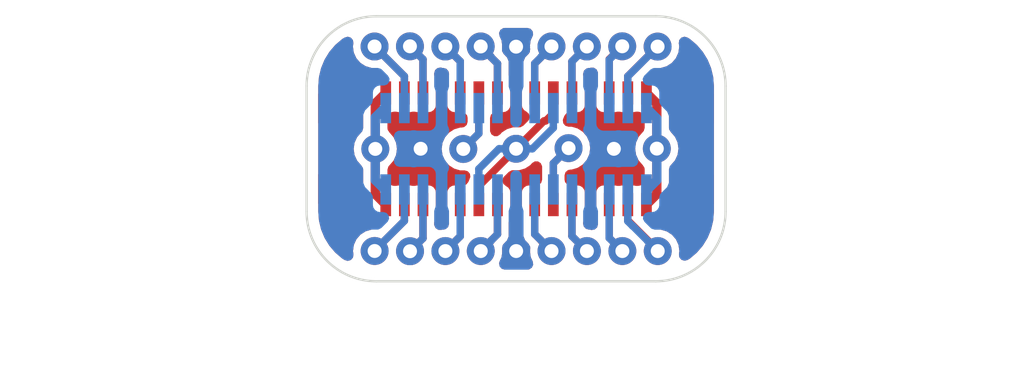
<source format=kicad_pcb>
(kicad_pcb (version 20240108) (generator "pcbnew") (generator_version "8.0")
  (title_block (title "2.4mm sensor board spacer") (date "2024-12-27") (rev "V1") (comment 1 "Author: Asher Edwards"))
  (layers (0 "F.Cu" signal) (31 "B.Cu" signal) (34 "B.Paste" user) (35 "F.Paste" user) (36 "B.SilkS" user "B.Silkscreen") (37 "F.SilkS" user "F.Silkscreen") (38 "B.Mask" user) (39 "F.Mask" user) (44 "Edge.Cuts" user))
  (net 0 "")
  (net 1 "GND")
  (net 2 "MOSI1")
  (net 3 "VDD")
  (net 4 "MISO1")
  (net 5 "CS1")
  (net 6 "SCK1")
  (net 7 "CS2")
  (net 8 "Free1")
  (net 9 "SCL1")
  (net 10 "RS485+")
  (net 11 "RS485-")
  (net 12 "SDA1")
  (footprint "custom_testpoints:TE_mezzanine_rec_3-2363961-0" (layer "F.Cu") (at 144.4 101.28)
    (property "Reference" "J1" (hide yes))
    (property "Value" "TE 3-2363961-0 Connector")
    (pad "1" smd rect (at -2.8 1.12) (size 0.23 0.5) (layers "F.Cu" "F.Paste" "F.Mask") (net 3 "VDD"))
    (pad "2" smd rect (at -2.8 -1.28) (size 0.23 0.5) (layers "F.Cu" "F.Paste" "F.Mask") (net 3 "VDD"))
    (pad "3" smd rect (at -2.4 1.12) (size 0.23 0.5) (layers "F.Cu" "F.Paste" "F.Mask") (net 5 "CS1"))
    (pad "4" smd rect (at -2.4 -1.28) (size 0.23 0.5) (layers "F.Cu" "F.Paste" "F.Mask") (net 12 "SDA1"))
    (pad "5" smd rect (at -2 1.12) (size 0.23 0.5) (layers "F.Cu" "F.Paste" "F.Mask") (net 7 "CS2"))
    (pad "6" smd rect (at -2 -1.28) (size 0.23 0.5) (layers "F.Cu" "F.Paste" "F.Mask") (net 9 "SCL1"))
    (pad "7" smd rect (at -1.6 1.12) (size 0.23 0.5) (layers "F.Cu" "F.Paste" "F.Mask") (net 1 "GND"))
    (pad "8" smd rect (at -1.6 -1.28) (size 0.23 0.5) (layers "F.Cu" "F.Paste" "F.Mask") (net 1 "GND"))
    (pad "9" smd rect (at -1.2 1.12) (size 0.23 0.5) (layers "F.Cu" "F.Paste" "F.Mask") (net 8 "Free1"))
    (pad "10" smd rect (at -1.2 -1.28) (size 0.23 0.5) (layers "F.Cu" "F.Paste" "F.Mask") (net 4 "MISO1"))
    (pad "11" smd rect (at -0.8 1.12) (size 0.23 0.5) (layers "F.Cu" "F.Paste" "F.Mask") (net 10 "RS485+"))
    (pad "12" smd rect (at -0.8 -1.28) (size 0.23 0.5) (layers "F.Cu" "F.Paste" "F.Mask") (net 2 "MOSI1"))
    (pad "13" smd rect (at -0.4 1.12) (size 0.23 0.5) (layers "F.Cu" "F.Paste" "F.Mask") (net 11 "RS485-"))
    (pad "14" smd rect (at -0.4 -1.28) (size 0.23 0.5) (layers "F.Cu" "F.Paste" "F.Mask") (net 6 "SCK1"))
    (pad "15" smd rect (at 0 1.12) (size 0.23 0.5) (layers "F.Cu" "F.Paste" "F.Mask") (net 1 "GND"))
    (pad "16" smd rect (at 0 -1.28) (size 0.23 0.5) (layers "F.Cu" "F.Paste" "F.Mask") (net 1 "GND"))
    (pad "17" smd rect (at 0.4 1.12) (size 0.23 0.5) (layers "F.Cu" "F.Paste" "F.Mask") (net 6 "SCK1"))
    (pad "18" smd rect (at 0.4 -1.28) (size 0.23 0.5) (layers "F.Cu" "F.Paste" "F.Mask") (net 11 "RS485-"))
    (pad "19" smd rect (at 0.8 1.12) (size 0.23 0.5) (layers "F.Cu" "F.Paste" "F.Mask") (net 2 "MOSI1"))
    (pad "20" smd rect (at 0.8 -1.28) (size 0.23 0.5) (layers "F.Cu" "F.Paste" "F.Mask") (net 10 "RS485+"))
    (pad "21" smd rect (at 1.2 1.12) (size 0.23 0.5) (layers "F.Cu" "F.Paste" "F.Mask") (net 4 "MISO1"))
    (pad "22" smd rect (at 1.2 -1.28) (size 0.23 0.5) (layers "F.Cu" "F.Paste" "F.Mask") (net 8 "Free1"))
    (pad "23" smd rect (at 1.6 1.12) (size 0.23 0.5) (layers "F.Cu" "F.Paste" "F.Mask") (net 1 "GND"))
    (pad "24" smd rect (at 1.6 -1.28) (size 0.23 0.5) (layers "F.Cu" "F.Paste" "F.Mask") (net 1 "GND"))
    (pad "25" smd rect (at 2 1.12) (size 0.23 0.5) (layers "F.Cu" "F.Paste" "F.Mask") (net 9 "SCL1"))
    (pad "26" smd rect (at 2 -1.28) (size 0.23 0.5) (layers "F.Cu" "F.Paste" "F.Mask") (net 7 "CS2"))
    (pad "27" smd rect (at 2.4 1.12) (size 0.23 0.5) (layers "F.Cu" "F.Paste" "F.Mask") (net 12 "SDA1"))
    (pad "28" smd rect (at 2.4 -1.28) (size 0.23 0.5) (layers "F.Cu" "F.Paste" "F.Mask") (net 5 "CS1"))
    (pad "29" smd rect (at 2.8 1.12) (size 0.23 0.5) (layers "F.Cu" "F.Paste" "F.Mask") (net 3 "VDD"))
    (pad "30" smd rect (at 2.8 -1.28) (size 0.23 0.5) (layers "F.Cu" "F.Paste" "F.Mask") (net 3 "VDD"))
    (pad "MP" smd roundrect (at -3.8 -1.08) (size 0.9 0.9) (layers "F.Cu" "F.Paste" "F.Mask") (roundrect_rratio 0) (chamfer_ratio 0.3) (chamfer top_left) (net 1 "GND"))
    (pad "MP" smd roundrect (at -3.8 0.92 90) (size 0.9 0.9) (layers "F.Cu" "F.Paste" "F.Mask") (roundrect_rratio 0) (chamfer_ratio 0.3) (chamfer top_left) (net 1 "GND"))
    (pad "MP" smd roundrect (at 3.8 -1.08 270) (size 0.9 0.9) (layers "F.Cu" "F.Paste" "F.Mask") (roundrect_rratio 0) (chamfer_ratio 0.3) (chamfer top_left) (net 1 "GND"))
    (pad "MP" smd roundrect (at 3.8 0.92 180) (size 0.9 0.9) (layers "F.Cu" "F.Paste" "F.Mask") (roundrect_rratio 0) (chamfer_ratio 0.3) (chamfer top_left) (net 1 "GND"))
  )
  (footprint "custom_testpoints:TE_mezzanine_conn_3-2363962-0" (layer "B.Cu") (at 144.39 101.195 180)
    (property "Reference" "J15" (hide yes))
    (property "Value" "TE 3-2363962-0 Connector" (hide yes))
    (pad "1" smd rect (at -2.81 -0.88 180) (size 0.23 0.65) (layers "B.Cu" "B.Paste" "B.Mask") (net 3 "VDD"))
    (pad "2" smd rect (at -2.81 0.87 180) (size 0.23 0.65) (layers "B.Cu" "B.Paste" "B.Mask") (net 3 "VDD"))
    (pad "3" smd rect (at -2.41 -0.88 180) (size 0.23 0.65) (layers "B.Cu" "B.Paste" "B.Mask") (net 12 "SDA1"))
    (pad "4" smd rect (at -2.41 0.87 180) (size 0.23 0.65) (layers "B.Cu" "B.Paste" "B.Mask") (net 5 "CS1"))
    (pad "5" smd rect (at -2.01 -0.88 180) (size 0.23 0.65) (layers "B.Cu" "B.Paste" "B.Mask") (net 9 "SCL1"))
    (pad "6" smd rect (at -2.01 0.87 180) (size 0.23 0.65) (layers "B.Cu" "B.Paste" "B.Mask") (net 7 "CS2"))
    (pad "7" smd rect (at -1.61 -0.88 180) (size 0.23 0.65) (layers "B.Cu" "B.Paste" "B.Mask") (net 1 "GND"))
    (pad "8" smd rect (at -1.61 0.87 180) (size 0.23 0.65) (layers "B.Cu" "B.Paste" "B.Mask") (net 1 "GND"))
    (pad "9" smd rect (at -1.21 -0.88 180) (size 0.23 0.65) (layers "B.Cu" "B.Paste" "B.Mask") (net 4 "MISO1"))
    (pad "10" smd rect (at -1.21 0.87 180) (size 0.23 0.65) (layers "B.Cu" "B.Paste" "B.Mask") (net 8 "Free1"))
    (pad "11" smd rect (at -0.81 -0.88 180) (size 0.23 0.65) (layers "B.Cu" "B.Paste" "B.Mask") (net 2 "MOSI1"))
    (pad "12" smd rect (at -0.81 0.87 180) (size 0.23 0.65) (layers "B.Cu" "B.Paste" "B.Mask") (net 10 "RS485+"))
    (pad "13" smd rect (at -0.41 -0.88 180) (size 0.23 0.65) (layers "B.Cu" "B.Paste" "B.Mask") (net 6 "SCK1"))
    (pad "14" smd rect (at -0.41 0.87 180) (size 0.23 0.65) (layers "B.Cu" "B.Paste" "B.Mask") (net 11 "RS485-"))
    (pad "15" smd rect (at -0.01 -0.88 180) (size 0.23 0.65) (layers "B.Cu" "B.Paste" "B.Mask") (net 1 "GND"))
    (pad "16" smd rect (at -0.01 0.87 180) (size 0.23 0.65) (layers "B.Cu" "B.Paste" "B.Mask") (net 1 "GND"))
    (pad "17" smd rect (at 0.39 -0.88 180) (size 0.23 0.65) (layers "B.Cu" "B.Paste" "B.Mask") (net 11 "RS485-"))
    (pad "18" smd rect (at 0.39 0.87 180) (size 0.23 0.65) (layers "B.Cu" "B.Paste" "B.Mask") (net 6 "SCK1"))
    (pad "19" smd rect (at 0.79 -0.88 180) (size 0.23 0.65) (layers "B.Cu" "B.Paste" "B.Mask") (net 10 "RS485+"))
    (pad "20" smd rect (at 0.79 0.87 180) (size 0.23 0.65) (layers "B.Cu" "B.Paste" "B.Mask") (net 2 "MOSI1"))
    (pad "21" smd rect (at 1.19 -0.88 180) (size 0.23 0.65) (layers "B.Cu" "B.Paste" "B.Mask") (net 8 "Free1"))
    (pad "22" smd rect (at 1.19 0.87 180) (size 0.23 0.65) (layers "B.Cu" "B.Paste" "B.Mask") (net 4 "MISO1"))
    (pad "23" smd rect (at 1.59 -0.88 180) (size 0.23 0.65) (layers "B.Cu" "B.Paste" "B.Mask") (net 1 "GND"))
    (pad "24" smd rect (at 1.59 0.87 180) (size 0.23 0.65) (layers "B.Cu" "B.Paste" "B.Mask") (net 1 "GND"))
    (pad "25" smd rect (at 1.99 -0.88 180) (size 0.23 0.65) (layers "B.Cu" "B.Paste" "B.Mask") (net 7 "CS2"))
    (pad "26" smd rect (at 1.99 0.87 180) (size 0.23 0.65) (layers "B.Cu" "B.Paste" "B.Mask") (net 9 "SCL1"))
    (pad "27" smd rect (at 2.39 -0.88 180) (size 0.23 0.65) (layers "B.Cu" "B.Paste" "B.Mask") (net 5 "CS1"))
    (pad "28" smd rect (at 2.39 0.87 180) (size 0.23 0.65) (layers "B.Cu" "B.Paste" "B.Mask") (net 12 "SDA1"))
    (pad "29" smd rect (at 2.79 -0.88 180) (size 0.23 0.65) (layers "B.Cu" "B.Paste" "B.Mask") (net 3 "VDD"))
    (pad "30" smd rect (at 2.79 0.87 180) (size 0.23 0.65) (layers "B.Cu" "B.Paste" "B.Mask") (net 3 "VDD"))
    (pad "MP" smd rect (at -3.61 -0.57 180) (size 0.45 0.53) (layers "B.Cu" "B.Paste" "B.Mask") (net 1 "GND"))
    (pad "MP" smd rect (at -3.61 0.56 180) (size 0.45 0.53) (layers "B.Cu" "B.Paste" "B.Mask") (net 1 "GND"))
    (pad "MP" smd rect (at 3.59 -0.57 180) (size 0.45 0.53) (layers "B.Cu" "B.Paste" "B.Mask") (net 1 "GND"))
    (pad "MP" smd rect (at 3.59 0.56 180) (size 0.45 0.53) (layers "B.Cu" "B.Paste" "B.Mask") (net 1 "GND"))
  )
  (gr_line (start 148.9 99.85) (end 148.9 102.55) (stroke (width 0.05)) (layer "Edge.Cuts"))
  (gr_arc (start 147.4 98.35) (mid 148.46066 98.78934) (end 148.9 99.85) (stroke (width 0.05)) (layer "Edge.Cuts"))
  (gr_line (start 141.4 98.35) (end 147.4 98.35) (stroke (width 0.05)) (layer "Edge.Cuts"))
  (gr_arc (start 141.4 104.05) (mid 140.33934 103.61066) (end 139.9 102.55) (stroke (width 0.05)) (layer "Edge.Cuts"))
  (gr_arc (start 148.9 102.55) (mid 148.46066 103.61066) (end 147.4 104.05) (stroke (width 0.05)) (layer "Edge.Cuts"))
  (gr_line (start 139.9 102.55) (end 139.9 99.85) (stroke (width 0.05)) (layer "Edge.Cuts"))
  (gr_arc (start 139.9 99.85) (mid 140.33934 98.78934) (end 141.4 98.35) (stroke (width 0.05)) (layer "Edge.Cuts"))
  (gr_line (start 147.4 104.05) (end 141.4 104.05) (stroke (width 0.05)) (layer "Edge.Cuts"))
  (segment (start 144.401401 103.4) (end 144.401401 102.401401) (width 0.2) (layer "F.Cu") (net 1))
  (segment (start 142.8 100.535383) (end 142.8 100) (width 0.2) (layer "F.Cu") (net 1))
  (segment (start 142.35 101.199427) (end 142.8 101.649427) (width 0.2) (layer "F.Cu") (net 1))
  (segment (start 142.35 101.199427) (end 142.35 100.985383) (width 0.2) (layer "F.Cu") (net 1))
  (segment (start 144.4 100) (end 144.4 99.00408) (width 0.2) (layer "F.Cu") (net 1))
  (segment (start 144.401401 102.401401) (end 144.4 102.4) (width 0.2) (layer "F.Cu") (net 1))
  (segment (start 142.35 100.985383) (end 142.793375 100.542008) (width 0.2) (layer "F.Cu") (net 1))
  (segment (start 142.35 100.985383) (end 142.8 100.535383) (width 0.2) (layer "F.Cu") (net 1))
  (segment (start 146.50078 101.363269) (end 146 101.864049) (width 0.2) (layer "F.Cu") (net 1))
  (segment (start 146.50078 101.20078) (end 146 100.7) (width 0.2) (layer "F.Cu") (net 1))
  (segment (start 146 101.864049) (end 146 102.4) (width 0.2) (layer "F.Cu") (net 1))
  (segment (start 142.8 101.649427) (end 142.8 102.4) (width 0.2) (layer "F.Cu") (net 1))
  (segment (start 146 100.7) (end 146 100) (width 0.2) (layer "F.Cu") (net 1))
  (segment (start 146.50078 101.20078) (end 146.50078 101.363269) (width 0.2) (layer "F.Cu") (net 1))
  (via (at 144.4 99.00408) (size 0.6) (drill 0.3) (layers "F.Cu" "B.Cu") (net 1))
  (via (at 146.50078 101.20078) (size 0.6) (drill 0.3) (layers "F.Cu" "B.Cu") (net 1))
  (via (at 144.401401 103.4) (size 0.6) (drill 0.3) (layers "F.Cu" "B.Cu") (net 1))
  (via (at 142.35 101.199427) (size 0.6) (drill 0.3) (layers "F.Cu" "B.Cu") (net 1))
  (segment (start 142.484427 101.199427) (end 142.8 101.515) (width 0.2) (layer "B.Cu") (net 1))
  (segment (start 146.44922 101.20078) (end 146 101.65) (width 0.2) (layer "B.Cu") (net 1))
  (segment (start 144.4 99.00408) (end 144.4 100.325) (width 0.2) (layer "B.Cu") (net 1))
  (segment (start 146.50078 101.20078) (end 146.44922 101.20078) (width 0.2) (layer "B.Cu") (net 1))
  (segment (start 142.8 100.877865) (end 142.8 100.325) (width 0.2) (layer "B.Cu") (net 1))
  (segment (start 142.35 101.199427) (end 142.484427 101.199427) (width 0.2) (layer "B.Cu") (net 1))
  (segment (start 142.8 101.515) (end 142.8 102.075) (width 0.2) (layer "B.Cu") (net 1))
  (segment (start 142.35 101.199427) (end 142.478438 101.199427) (width 0.2) (layer "B.Cu") (net 1))
  (segment (start 146 101.65) (end 146 102.075) (width 0.2) (layer "B.Cu") (net 1))
  (segment (start 146.50078 101.20078) (end 146.45078 101.20078) (width 0.2) (layer "B.Cu") (net 1))
  (segment (start 146 100.75) (end 146 100.325) (width 0.2) (layer "B.Cu") (net 1))
  (segment (start 146.45078 101.20078) (end 146 100.75) (width 0.2) (layer "B.Cu") (net 1))
  (segment (start 144.401401 103.4) (end 144.4 103.398599) (width 0.2) (layer "B.Cu") (net 1))
  (segment (start 142.478438 101.199427) (end 142.8 100.877865) (width 0.2) (layer "B.Cu") (net 1))
  (segment (start 144.4 103.398599) (end 144.4 102.075) (width 0.2) (layer "B.Cu") (net 1))
  (segment (start 143.6 100.869823) (end 143.265751 101.204072) (width 0.16) (layer "F.Cu") (net 2))
  (segment (start 143.6 100) (end 143.6 100.869823) (width 0.16) (layer "F.Cu") (net 2))
  (segment (start 145.2 101.513676) (end 145.2 102.4) (width 0.16) (layer "F.Cu") (net 2))
  (segment (start 145.527195 101.186481) (end 145.2 101.513676) (width 0.16) (layer "F.Cu") (net 2))
  (segment (start 143.593091 99.993091) (end 143.6 100) (width 0.16) (layer "F.Cu") (net 2))
  (via (at 145.527195 101.186481) (size 0.6) (drill 0.3) (layers "F.Cu" "B.Cu") (net 2))
  (via (at 143.265751 101.204072) (size 0.6) (drill 0.3) (layers "F.Cu" "B.Cu") (net 2))
  (segment (start 143.593091 100.318091) (end 143.6 100.325) (width 0.16) (layer "B.Cu") (net 2))
  (segment (start 143.6 100.869823) (end 143.6 100.325) (width 0.16) (layer "B.Cu") (net 2))
  (segment (start 145.2 101.513676) (end 145.2 102.075) (width 0.16) (layer "B.Cu") (net 2))
  (segment (start 145.527195 101.186481) (end 145.2 101.513676) (width 0.16) (layer "B.Cu") (net 2))
  (segment (start 143.265751 101.204072) (end 143.6 100.869823) (width 0.16) (layer "B.Cu") (net 2))
  (segment (start 141.6 100) (end 141.37596 100.22404) (width 0.2) (layer "F.Cu") (net 3))
  (segment (start 147.423259 101.196444) (end 147.423259 100.223259) (width 0.2) (layer "F.Cu") (net 3))
  (segment (start 147.423259 101.196444) (end 147.423259 102.176741) (width 0.2) (layer "F.Cu") (net 3))
  (segment (start 147.423259 100.223259) (end 147.2 100) (width 0.2) (layer "F.Cu") (net 3))
  (segment (start 141.37596 100.22404) (end 141.37596 101.202631) (width 0.2) (layer "F.Cu") (net 3))
  (segment (start 141.37596 102.17596) (end 141.6 102.4) (width 0.2) (layer "F.Cu") (net 3))
  (segment (start 141.37596 101.202631) (end 141.37596 102.17596) (width 0.2) (layer "F.Cu") (net 3))
  (segment (start 147.423259 102.176741) (end 147.2 102.4) (width 0.2) (layer "F.Cu") (net 3))
  (via (at 147.423259 101.196444) (size 0.6) (drill 0.3) (layers "F.Cu" "B.Cu") (net 3))
  (via (at 141.37596 101.202631) (size 0.6) (drill 0.3) (layers "F.Cu" "B.Cu") (net 3))
  (segment (start 141.37596 101.202631) (end 141.37596 101.87596) (width 0.2) (layer "B.Cu") (net 3))
  (segment (start 141.6 100.325) (end 141.575 100.325) (width 0.2) (layer "B.Cu") (net 3))
  (segment (start 141.575 100.325) (end 141.37596 100.52404) (width 0.2) (layer "B.Cu") (net 3))
  (segment (start 141.37596 101.87596) (end 141.575 102.075) (width 0.2) (layer "B.Cu") (net 3))
  (segment (start 147.423259 101.196444) (end 147.423259 101.876741) (width 0.2) (layer "B.Cu") (net 3))
  (segment (start 147.225 102.075) (end 147.2 102.075) (width 0.2) (layer "B.Cu") (net 3))
  (segment (start 147.423259 100.548259) (end 147.2 100.325) (width 0.2) (layer "B.Cu") (net 3))
  (segment (start 147.423259 101.876741) (end 147.225 102.075) (width 0.2) (layer "B.Cu") (net 3))
  (segment (start 141.575 102.075) (end 141.6 102.075) (width 0.2) (layer "B.Cu") (net 3))
  (segment (start 141.37596 100.52404) (end 141.37596 101.202631) (width 0.2) (layer "B.Cu") (net 3))
  (segment (start 147.423259 101.196444) (end 147.423259 100.548259) (width 0.2) (layer "B.Cu") (net 3))
  (segment (start 145.921407 103.4) (end 145.6 103.078593) (width 0.16) (layer "F.Cu") (net 4))
  (segment (start 142.88001 99.00013) (end 143.2 99.32012) (width 0.16) (layer "F.Cu") (net 4))
  (segment (start 145.613232 102.413232) (end 145.6 102.4) (width 0.16) (layer "F.Cu") (net 4))
  (segment (start 145.6 103.078593) (end 145.6 102.4) (width 0.16) (layer "F.Cu") (net 4))
  (segment (start 143.2 99.32012) (end 143.2 100) (width 0.16) (layer "F.Cu") (net 4))
  (via (at 145.921407 103.4) (size 0.6) (drill 0.3) (layers "F.Cu" "B.Cu") (net 4))
  (via (at 142.88001 99.00013) (size 0.6) (drill 0.3) (layers "F.Cu" "B.Cu") (net 4))
  (segment (start 143.2 99.32012) (end 143.2 100.325) (width 0.16) (layer "B.Cu") (net 4))
  (segment (start 145.6 103.078593) (end 145.6 102.075) (width 0.16) (layer "B.Cu") (net 4))
  (segment (start 145.921407 103.4) (end 145.6 103.078593) (width 0.16) (layer "B.Cu") (net 4))
  (segment (start 142.88001 99.00013) (end 143.2 99.32012) (width 0.16) (layer "B.Cu") (net 4))
  (segment (start 147.439954 99.001923) (end 147.437562 99.001923) (width 0.16) (layer "F.Cu") (net 5))
  (segment (start 147.437562 99.001923) (end 146.8 99.639485) (width 0.16) (layer "F.Cu") (net 5))
  (segment (start 141.361418 103.388582) (end 142 102.75) (width 0.16) (layer "F.Cu") (net 5))
  (segment (start 142 102.75) (end 142 102.4) (width 0.16) (layer "F.Cu") (net 5))
  (segment (start 146.8 99.639485) (end 146.8 100) (width 0.16) (layer "F.Cu") (net 5))
  (segment (start 141.361418 103.398483) (end 141.361418 103.388582) (width 0.16) (layer "F.Cu") (net 5))
  (via (at 141.361418 103.398483) (size 0.6) (drill 0.3) (layers "F.Cu" "B.Cu") (net 5))
  (via (at 147.439954 99.001923) (size 0.6) (drill 0.3) (layers "F.Cu" "B.Cu") (net 5))
  (segment (start 147.439954 99.001923) (end 146.8 99.641877) (width 0.16) (layer "B.Cu") (net 5))
  (segment (start 141.361418 103.398483) (end 141.361418 103.388582) (width 0.16) (layer "B.Cu") (net 5))
  (segment (start 141.361418 103.388582) (end 142 102.75) (width 0.16) (layer "B.Cu") (net 5))
  (segment (start 142 102.75) (end 142 102.075) (width 0.16) (layer "B.Cu") (net 5))
  (segment (start 146.8 99.641877) (end 146.8 100.325) (width 0.16) (layer "B.Cu") (net 5))
  (segment (start 145.161404 103.4) (end 144.941401 103.179997) (width 0.16) (layer "F.Cu") (net 6))
  (segment (start 144.941401 103.176324) (end 144.8 103.034923) (width 0.16) (layer "F.Cu") (net 6))
  (segment (start 143.86 99.219297) (end 143.86 99.227756) (width 0.16) (layer "F.Cu") (net 6))
  (segment (start 144.941401 103.179997) (end 144.941401 103.176324) (width 0.16) (layer "F.Cu") (net 6))
  (segment (start 143.86 99.227756) (end 144 99.367756) (width 0.16) (layer "F.Cu") (net 6))
  (segment (start 143.640012 98.999309) (end 143.86 99.219297) (width 0.16) (layer "F.Cu") (net 6))
  (segment (start 144.8 103.034923) (end 144.8 102.4) (width 0.16) (layer "F.Cu") (net 6))
  (segment (start 144 99.367756) (end 144 100) (width 0.16) (layer "F.Cu") (net 6))
  (via (at 143.640012 98.999309) (size 0.6) (drill 0.3) (layers "F.Cu" "B.Cu") (net 6))
  (via (at 145.161404 103.4) (size 0.6) (drill 0.3) (layers "F.Cu" "B.Cu") (net 6))
  (segment (start 144 99.367756) (end 144 100.325) (width 0.16) (layer "B.Cu") (net 6))
  (segment (start 143.86 99.227756) (end 144 99.367756) (width 0.16) (layer "B.Cu") (net 6))
  (segment (start 143.86 99.219297) (end 143.86 99.227756) (width 0.16) (layer "B.Cu") (net 6))
  (segment (start 144.8 103.034923) (end 144.8 102.075) (width 0.16) (layer "B.Cu") (net 6))
  (segment (start 145.161404 103.4) (end 145.161404 103.396327) (width 0.16) (layer "B.Cu") (net 6))
  (segment (start 143.640012 98.999309) (end 143.86 99.219297) (width 0.16) (layer "B.Cu") (net 6))
  (segment (start 145.161404 103.396327) (end 144.8 103.034923) (width 0.16) (layer "B.Cu") (net 6))
  (segment (start 142.121403 103.403723) (end 142.4 103.125126) (width 0.16) (layer "F.Cu") (net 7))
  (segment (start 146.679976 98.995833) (end 146.4 99.275809) (width 0.16) (layer "F.Cu") (net 7))
  (segment (start 146.4 99.275809) (end 146.4 100) (width 0.16) (layer "F.Cu") (net 7))
  (segment (start 142.4 103.125126) (end 142.4 102.4) (width 0.16) (layer "F.Cu") (net 7))
  (via (at 142.121403 103.403723) (size 0.6) (drill 0.3) (layers "F.Cu" "B.Cu") (net 7))
  (via (at 146.679976 98.995833) (size 0.6) (drill 0.3) (layers "F.Cu" "B.Cu") (net 7))
  (segment (start 146.4 99.283867) (end 146.4 100.325) (width 0.16) (layer "B.Cu") (net 7))
  (segment (start 142.121403 103.403723) (end 142.4 103.125126) (width 0.16) (layer "B.Cu") (net 7))
  (segment (start 142.4 103.125126) (end 142.4 102.075) (width 0.16) (layer "B.Cu") (net 7))
  (segment (start 146.475809 99.2) (end 146.475809 99.208058) (width 0.16) (layer "B.Cu") (net 7))
  (segment (start 146.679976 98.995833) (end 146.475809 99.2) (width 0.16) (layer "B.Cu") (net 7))
  (segment (start 146.475809 99.208058) (end 146.4 99.283867) (width 0.16) (layer "B.Cu") (net 7))
  (segment (start 145.919987 99.000204) (end 145.6 99.320191) (width 0.16) (layer "F.Cu") (net 8))
  (segment (start 145.6 99.320191) (end 145.6 100) (width 0.16) (layer "F.Cu") (net 8))
  (segment (start 142.881396 103.399993) (end 143.2 103.081389) (width 0.16) (layer "F.Cu") (net 8))
  (segment (start 143.2 103.081389) (end 143.2 102.4) (width 0.16) (layer "F.Cu") (net 8))
  (via (at 142.881396 103.399993) (size 0.6) (drill 0.3) (layers "F.Cu" "B.Cu") (net 8))
  (via (at 145.919987 99.000204) (size 0.6) (drill 0.3) (layers "F.Cu" "B.Cu") (net 8))
  (segment (start 145.6 99.322573) (end 145.6 100.325) (width 0.16) (layer "B.Cu") (net 8))
  (segment (start 145.720191 99.202382) (end 145.6 99.322573) (width 0.16) (layer "B.Cu") (net 8))
  (segment (start 145.720191 99.2) (end 145.720191 99.202382) (width 0.16) (layer "B.Cu") (net 8))
  (segment (start 143.2 103.081389) (end 143.2 102.075) (width 0.16) (layer "B.Cu") (net 8))
  (segment (start 145.919987 99.000204) (end 145.720191 99.2) (width 0.16) (layer "B.Cu") (net 8))
  (segment (start 142.881396 103.399993) (end 143.2 103.081389) (width 0.16) (layer "B.Cu") (net 8))
  (segment (start 146.4 103.117006) (end 146.4 102.4) (width 0.16) (layer "F.Cu") (net 9))
  (segment (start 142.12002 98.995832) (end 142.4 99.275812) (width 0.16) (layer "F.Cu") (net 9))
  (segment (start 146.68298 103.399986) (end 146.4 103.117006) (width 0.16) (layer "F.Cu") (net 9))
  (segment (start 142.4 99.275812) (end 142.4 100) (width 0.16) (layer "F.Cu") (net 9))
  (via (at 142.12002 98.995832) (size 0.6) (drill 0.3) (layers "F.Cu" "B.Cu") (net 9))
  (via (at 146.68298 103.399986) (size 0.6) (drill 0.3) (layers "F.Cu" "B.Cu") (net 9))
  (segment (start 142.4 99.275812) (end 142.4 100.325) (width 0.16) (layer "B.Cu") (net 9))
  (segment (start 142.12002 98.995832) (end 142.4 99.275812) (width 0.16) (layer "B.Cu") (net 9))
  (segment (start 146.4 103.117006) (end 146.4 102.075) (width 0.16) (layer "B.Cu") (net 9))
  (segment (start 146.68298 103.399986) (end 146.4 103.117006) (width 0.16) (layer "B.Cu") (net 9))
  (segment (start 144.4 101.2) (end 143.6 102) (width 0.16) (layer "F.Cu") (net 10))
  (segment (start 143.6 102) (end 143.6 102.4) (width 0.16) (layer "F.Cu") (net 10))
  (segment (start 145 100.6) (end 145.036993 100.6) (width 0.16) (layer "F.Cu") (net 10))
  (segment (start 145.212505 99.987495) (end 145.2 100) (width 0.2) (layer "F.Cu") (net 10))
  (segment (start 144.4 101.2) (end 145 100.6) (width 0.16) (layer "F.Cu") (net 10))
  (segment (start 145.2 100.436993) (end 145.2 100) (width 0.16) (layer "F.Cu") (net 10))
  (segment (start 145.036993 100.6) (end 145.2 100.436993) (width 0.16) (layer "F.Cu") (net 10))
  (via (at 144.4 101.2) (size 0.6) (drill 0.3) (layers "F.Cu" "B.Cu") (net 10))
  (segment (start 144.4 101.2) (end 144.75 101.2) (width 0.16) (layer "B.Cu") (net 10))
  (segment (start 144.4 101.2) (end 144.033499 101.2) (width 0.16) (layer "B.Cu") (net 10))
  (segment (start 143.6 101.633499) (end 143.6 102.075) (width 0.16) (layer "B.Cu") (net 10))
  (segment (start 145.2 100.75) (end 145.2 100.325) (width 0.16) (layer "B.Cu") (net 10))
  (segment (start 144.033499 101.2) (end 143.6 101.633499) (width 0.16) (layer "B.Cu") (net 10))
  (segment (start 144.75 101.2) (end 145.2 100.75) (width 0.16) (layer "B.Cu") (net 10))
  (segment (start 144 103.037725) (end 144 102.4) (width 0.16) (layer "F.Cu") (net 11))
  (segment (start 143.861401 103.179997) (end 143.861401 103.176324) (width 0.16) (layer "F.Cu") (net 11))
  (segment (start 143.641398 103.4) (end 143.861401 103.179997) (width 0.16) (layer "F.Cu") (net 11))
  (segment (start 145.159985 99.007771) (end 144.8 99.367756) (width 0.16) (layer "F.Cu") (net 11))
  (segment (start 144.8 99.367756) (end 144.8 100) (width 0.16) (layer "F.Cu") (net 11))
  (segment (start 145.159985 98.998912) (end 145.159985 99.007771) (width 0.16) (layer "F.Cu") (net 11))
  (segment (start 143.861401 103.176324) (end 144 103.037725) (width 0.16) (layer "F.Cu") (net 11))
  (via (at 143.641398 103.4) (size 0.6) (drill 0.3) (layers "F.Cu" "B.Cu") (net 11))
  (via (at 145.159985 98.998912) (size 0.6) (drill 0.3) (layers "F.Cu" "B.Cu") (net 11))
  (segment (start 144.8 99.367756) (end 144.8 100.325) (width 0.16) (layer "B.Cu") (net 11))
  (segment (start 145.159985 98.998912) (end 144.94 99.218897) (width 0.16) (layer "B.Cu") (net 11))
  (segment (start 144 103.037725) (end 144 102.075) (width 0.16) (layer "B.Cu") (net 11))
  (segment (start 144.94 99.218897) (end 144.94 99.227756) (width 0.16) (layer "B.Cu") (net 11))
  (segment (start 144.94 99.227756) (end 144.8 99.367756) (width 0.16) (layer "B.Cu") (net 11))
  (segment (start 143.861401 103.176324) (end 144 103.037725) (width 0.16) (layer "B.Cu") (net 11))
  (segment (start 143.641398 103.4) (end 143.861401 103.179997) (width 0.16) (layer "B.Cu") (net 11))
  (segment (start 143.861401 103.179997) (end 143.861401 103.176324) (width 0.16) (layer "B.Cu") (net 11))
  (segment (start 147.442982 103.400079) (end 147.442982 103.382982) (width 0.16) (layer "F.Cu") (net 12))
  (segment (start 142 99.640201) (end 142 100) (width 0.16) (layer "F.Cu") (net 12))
  (segment (start 141.36003 99.000231) (end 142 99.640201) (width 0.16) (layer "F.Cu") (net 12))
  (segment (start 146.8 102.74) (end 146.8 102.4) (width 0.16) (layer "F.Cu") (net 12))
  (segment (start 147.442982 103.382982) (end 146.8 102.74) (width 0.16) (layer "F.Cu") (net 12))
  (via (at 141.36003 99.000231) (size 0.6) (drill 0.3) (layers "F.Cu" "B.Cu") (net 12))
  (via (at 147.442982 103.400079) (size 0.6) (drill 0.3) (layers "F.Cu" "B.Cu") (net 12))
  (segment (start 146.902889 102.859986) (end 146.8 102.757097) (width 0.16) (layer "B.Cu") (net 12))
  (segment (start 141.36003 99.000231) (end 142 99.640201) (width 0.16) (layer "B.Cu") (net 12))
  (segment (start 147.22298 103.180077) (end 147.22298 103.17631) (width 0.16) (layer "B.Cu") (net 12))
  (segment (start 147.442982 103.400079) (end 147.22298 103.180077) (width 0.16) (layer "B.Cu") (net 12))
  (segment (start 146.8 102.757097) (end 146.8 102.075) (width 0.16) (layer "B.Cu") (net 12))
  (segment (start 146.906656 102.859986) (end 146.902889 102.859986) (width 0.16) (layer "B.Cu") (net 12))
  (segment (start 142 99.640201) (end 142 100.325) (width 0.16) (layer "B.Cu") (net 12))
  (segment (start 147.22298 103.17631) (end 146.906656 102.859986) (width 0.16) (layer "B.Cu") (net 12))
  (zone (net 1) (net_name "GND") (layers "F&B.Cu") (connect_pads yes (clearance 0.16)) (min_thickness 0.25) (fill yes (thermal_gap 0.5) (thermal_bridge_width 0.5))
    (polygon (pts (xy 139.5 98) (xy 149.5 98) (xy 149.5 104.4) (xy 139.5 104.4)))
  )
)
</source>
